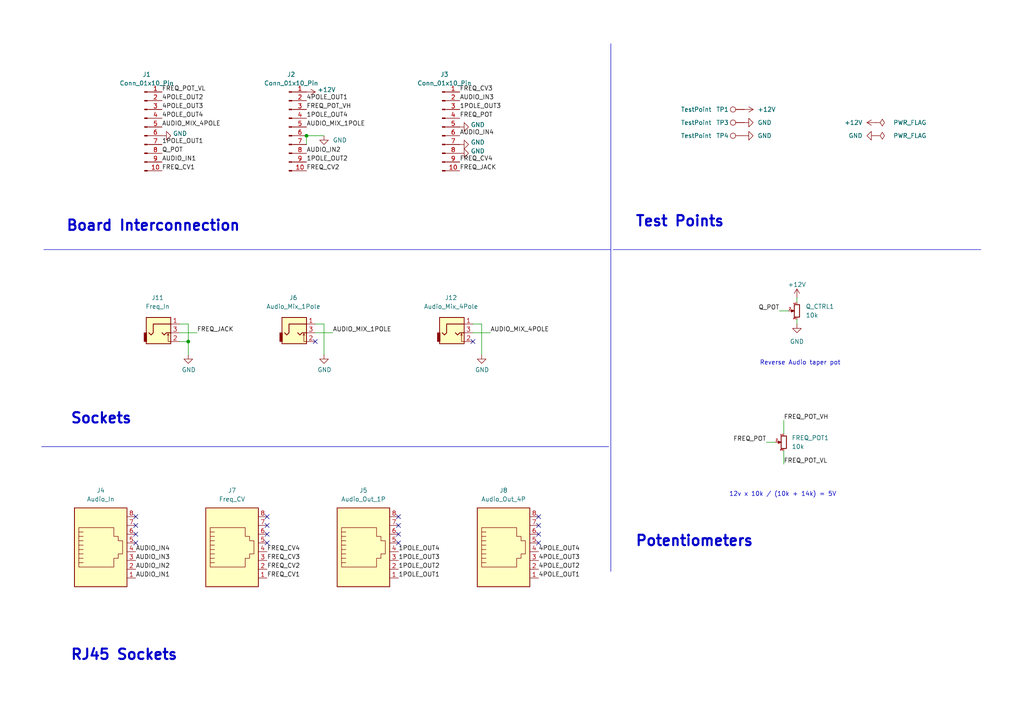
<source format=kicad_sch>
(kicad_sch (version 20230121) (generator eeschema)
  (paper "A4")
  (title_block (title "Quilter Controls") (date "2023-07-04") (rev "v2.0") (company "Mountjoy Modular"))
  (lib_symbols
    (symbol "Connector:Conn_01x10_Pin" (pin_names (offset 1.016) hide)
      (property "Reference" "J" (at 0 12.7 0))
      (property "Value" "Conn_01x10_Pin" (at 0 -15.24 0))
      (symbol "Conn_01x10_Pin_1_1"
        (polyline (pts (xy 1.27 -12.7) (xy 0.8636 -12.7)) (stroke (width 0.1524)))
        (polyline (pts (xy 1.27 -10.16) (xy 0.8636 -10.16)) (stroke (width 0.1524)))
        (polyline (pts (xy 1.27 -7.62) (xy 0.8636 -7.62)) (stroke (width 0.1524)))
        (polyline (pts (xy 1.27 -5.08) (xy 0.8636 -5.08)) (stroke (width 0.1524)))
        (polyline (pts (xy 1.27 -2.54) (xy 0.8636 -2.54)) (stroke (width 0.1524)))
        (polyline (pts (xy 1.27 0) (xy 0.8636 0)) (stroke (width 0.1524)))
        (polyline (pts (xy 1.27 2.54) (xy 0.8636 2.54)) (stroke (width 0.1524)))
        (polyline (pts (xy 1.27 5.08) (xy 0.8636 5.08)) (stroke (width 0.1524)))
        (polyline (pts (xy 1.27 7.62) (xy 0.8636 7.62)) (stroke (width 0.1524)))
        (polyline (pts (xy 1.27 10.16) (xy 0.8636 10.16)) (stroke (width 0.1524)))
        (rectangle (start 0.8636 -12.573) (end 0 -12.827) (stroke (width 0.1524)) (fill (type outline)))
        (rectangle (start 0.8636 -10.033) (end 0 -10.287) (stroke (width 0.1524)) (fill (type outline)))
        (rectangle (start 0.8636 -7.493) (end 0 -7.747) (stroke (width 0.1524)) (fill (type outline)))
        (rectangle (start 0.8636 -4.953) (end 0 -5.207) (stroke (width 0.1524)) (fill (type outline)))
        (rectangle (start 0.8636 -2.413) (end 0 -2.667) (stroke (width 0.1524)) (fill (type outline)))
        (rectangle (start 0.8636 0.127) (end 0 -0.127) (stroke (width 0.1524)) (fill (type outline)))
        (rectangle (start 0.8636 2.667) (end 0 2.413) (stroke (width 0.1524)) (fill (type outline)))
        (rectangle (start 0.8636 5.207) (end 0 4.953) (stroke (width 0.1524)) (fill (type outline)))
        (rectangle (start 0.8636 7.747) (end 0 7.493) (stroke (width 0.1524)) (fill (type outline)))
        (rectangle (start 0.8636 10.287) (end 0 10.033) (stroke (width 0.1524)) (fill (type outline)))
        (pin passive line (at 5.08 10.16 180) (length 3.81) (name "Pin_1") (number "1"))
        (pin passive line (at 5.08 -12.7 180) (length 3.81) (name "Pin_10") (number "10"))
        (pin passive line (at 5.08 7.62 180) (length 3.81) (name "Pin_2") (number "2"))
        (pin passive line (at 5.08 5.08 180) (length 3.81) (name "Pin_3") (number "3"))
        (pin passive line (at 5.08 2.54 180) (length 3.81) (name "Pin_4") (number "4"))
        (pin passive line (at 5.08 0 180) (length 3.81) (name "Pin_5") (number "5"))
        (pin passive line (at 5.08 -2.54 180) (length 3.81) (name "Pin_6") (number "6"))
        (pin passive line (at 5.08 -5.08 180) (length 3.81) (name "Pin_7") (number "7"))
        (pin passive line (at 5.08 -7.62 180) (length 3.81) (name "Pin_8") (number "8"))
        (pin passive line (at 5.08 -10.16 180) (length 3.81) (name "Pin_9") (number "9"))
      )
    )
    (symbol "Connector:RJ45" (pin_names (offset 1.016))
      (property "Reference" "J" (at -5.08 13.97 0))
      (property "Value" "RJ45" (at 2.54 13.97 0))
      (symbol "RJ45_0_1"
        (polyline (pts (xy -5.08 4.445) (xy -6.35 4.445)))
        (polyline (pts (xy -5.08 5.715) (xy -6.35 5.715)))
        (polyline (pts (xy -6.35 -3.175) (xy -5.08 -3.175) (xy -5.08 -3.175)))
        (polyline (pts (xy -6.35 -1.905) (xy -5.08 -1.905) (xy -5.08 -1.905)))
        (polyline (pts (xy -6.35 -0.635) (xy -5.08 -0.635) (xy -5.08 -0.635)))
        (polyline (pts (xy -6.35 0.635) (xy -5.08 0.635) (xy -5.08 0.635)))
        (polyline (pts (xy -6.35 1.905) (xy -5.08 1.905) (xy -5.08 1.905)))
        (polyline (pts (xy -5.08 3.175) (xy -6.35 3.175) (xy -6.35 3.175)))
        (polyline (pts (xy -6.35 -4.445) (xy -6.35 6.985) (xy 3.81 6.985) (xy 3.81 4.445) (xy 5.08 4.445) (xy 5.08 3.175) (xy 6.35 3.175) (xy 6.35 -0.635) (xy 5.08 -0.635) (xy 5.08 -1.905) (xy 3.81 -1.905) (xy 3.81 -4.445) (xy -6.35 -4.445) (xy -6.35 -4.445)))
        (rectangle (start 7.62 12.7) (end -7.62 -10.16) (stroke (width 0.254)) (fill (type background)))
      )
      (symbol "RJ45_1_1"
        (pin passive line (at 10.16 -7.62 180) (length 2.54) (name "~") (number "1"))
        (pin passive line (at 10.16 -5.08 180) (length 2.54) (name "~") (number "2"))
        (pin passive line (at 10.16 -2.54 180) (length 2.54) (name "~") (number "3"))
        (pin passive line (at 10.16 0 180) (length 2.54) (name "~") (number "4"))
        (pin passive line (at 10.16 2.54 180) (length 2.54) (name "~") (number "5"))
        (pin passive line (at 10.16 5.08 180) (length 2.54) (name "~") (number "6"))
        (pin passive line (at 10.16 7.62 180) (length 2.54) (name "~") (number "7"))
        (pin passive line (at 10.16 10.16 180) (length 2.54) (name "~") (number "8"))
      )
    )
    (symbol "Connector:TestPoint" (pin_numbers hide) (pin_names (offset 0.762) hide)
      (property "Reference" "TP" (at 0 6.858 0))
      (property "Value" "TestPoint" (at 0 5.08 0))
      (symbol "TestPoint_0_1"
        (circle (center 0 3.302) (radius 0.762))
      )
      (symbol "TestPoint_1_1"
        (pin passive line (at 0 0 90) (length 2.54) (name "1") (number "1"))
      )
    )
    (symbol "Device:R_Potentiometer_Small" (pin_names (offset 1.016) hide)
      (property "Reference" "RV" (at -4.445 0 90))
      (property "Value" "R_Potentiometer_Small" (at -2.54 0 90))
      (symbol "R_Potentiometer_Small_0_1"
        (polyline (pts (xy 0.889 0) (xy 0.635 0) (xy 1.651 0.381) (xy 1.651 -0.381) (xy 0.635 0) (xy 0.889 0)) (fill (type outline)))
        (rectangle (start 0.762 1.8034) (end -0.762 -1.8034) (stroke (width 0.254)))
      )
      (symbol "R_Potentiometer_Small_1_1"
        (pin passive line (at 0 2.54 270) (length 0.635) (name "1") (number "1"))
        (pin passive line (at 2.54 0 180) (length 0.9906) (name "2") (number "2"))
        (pin passive line (at 0 -2.54 90) (length 0.635) (name "3") (number "3"))
      )
    )
    (symbol "power:+12V" (power) (pin_names (offset 0))
      (property "Value" "+12V" (at 0 3.556 0))
      (symbol "+12V_0_1"
        (polyline (pts (xy -0.762 1.27) (xy 0 2.54)))
        (polyline (pts (xy 0 0) (xy 0 2.54)))
        (polyline (pts (xy 0 2.54) (xy 0.762 1.27)))
      )
      (symbol "+12V_1_1"
        (pin power_in line (at 0 0 90) (length 0) hide (name "+12V") (number "1"))
      )
    )
    (symbol "power:GND" (power) (pin_names (offset 0))
      (property "Value" "GND" (at 0 -3.81 0))
      (symbol "GND_0_1"
        (polyline (pts (xy 0 0) (xy 0 -1.27) (xy 1.27 -1.27) (xy 0 -2.54) (xy -1.27 -1.27) (xy 0 -1.27)))
      )
      (symbol "GND_1_1"
        (pin power_in line (at 0 0 270) (length 0) hide (name "GND") (number "1"))
      )
    )
    (symbol "power:PWR_FLAG" (power) (pin_numbers hide) (pin_names (offset 0) hide)
      (property "Value" "PWR_FLAG" (at 0 3.81 0))
      (symbol "PWR_FLAG_0_0"
        (pin power_out line (at 0 0 90) (length 0) (name "pwr") (number "1"))
      )
      (symbol "PWR_FLAG_0_1"
        (polyline (pts (xy 0 0) (xy 0 1.27) (xy -1.016 1.905) (xy 0 2.54) (xy 1.016 1.905) (xy 0 1.27)))
      )
    )
    (symbol "thonkiconn:AudioJack2_Ground_Switch" (pin_names (offset 1.016))
      (property "Reference" "J" (at 0 8.89 0))
      (property "Value" "AudioJack2_Ground_Switch" (at 0 6.35 0))
      (symbol "AudioJack2_Ground_Switch_0_1"
        (rectangle (start -4.445 -2.54) (end -5.207 0) (fill (type outline)))
        (polyline (pts (xy 1.778 -0.254) (xy 2.032 -0.762)))
        (polyline (pts (xy 0 0) (xy 0.635 -0.635) (xy 1.27 0) (xy 2.54 0)) (stroke (width 0.254)))
        (polyline (pts (xy 2.54 -2.54) (xy 1.778 -2.54) (xy 1.778 -0.254) (xy 1.524 -0.762)))
        (polyline (pts (xy 2.54 2.54) (xy -2.54 2.54) (xy -2.54 0) (xy -3.175 -0.635) (xy -3.81 0)) (stroke (width 0.254)))
        (rectangle (start 2.54 -3.175) (end -4.572 4.445) (stroke (width 0.254)) (fill (type background)))
      )
      (symbol "AudioJack2_Ground_Switch_1_1"
        (pin passive line (at 5.08 2.54 180) (length 2.54) (name "~") (number "1"))
        (pin passive line (at 5.08 -2.54 180) (length 2.54) (name "~") (number "2"))
        (pin passive line (at 5.08 0 180) (length 2.54) (name "~") (number "3"))
      )
    )
  )
  (junction (at 88.9 39.37))
  (junction (at 54.61 99.06))
  (no_connect (at 39.37 157.48))
  (no_connect (at 39.37 152.4))
  (no_connect (at 77.47 152.4))
  (no_connect (at 115.57 157.48))
  (no_connect (at 77.47 157.48))
  (no_connect (at 156.21 149.86))
  (no_connect (at 156.21 152.4))
  (no_connect (at 115.57 152.4))
  (no_connect (at 77.47 149.86))
  (no_connect (at 137.16 99.06))
  (no_connect (at 77.47 154.94))
  (no_connect (at 115.57 154.94))
  (no_connect (at 39.37 149.86))
  (no_connect (at 156.21 157.48))
  (no_connect (at 115.57 149.86))
  (no_connect (at 91.44 99.06))
  (no_connect (at 39.37 154.94))
  (no_connect (at 156.21 154.94))
  (wire (pts (xy 227.33 121.92) (xy 227.33 125.73)))
  (wire (pts (xy 91.44 96.52) (xy 96.52 96.52)))
  (wire (pts (xy 222.25 128.27) (xy 224.79 128.27)))
  (wire (pts (xy 54.61 99.06) (xy 54.61 102.87)))
  (wire (pts (xy 137.16 93.98) (xy 139.7 93.98)))
  (wire (pts (xy 231.14 93.98) (xy 231.14 92.71)))
  (wire (pts (xy 52.07 99.06) (xy 54.61 99.06)))
  (wire (pts (xy 88.9 39.37) (xy 88.9 41.91)))
  (wire (pts (xy 139.7 93.98) (xy 139.7 102.87)))
  (wire (pts (xy 52.07 93.98) (xy 54.61 93.98)))
  (polyline (pts (xy 12.7 72.39) (xy 177.165 72.39)))
  (wire (pts (xy 52.07 96.52) (xy 57.15 96.52)))
  (polyline (pts (xy 177.165 12.7) (xy 177.165 165.735)))
  (polyline (pts (xy 12.065 129.54) (xy 176.53 129.54)))
  (wire (pts (xy 91.44 93.98) (xy 93.98 93.98)))
  (wire (pts (xy 226.06 90.17) (xy 228.6 90.17)))
  (wire (pts (xy 137.16 96.52) (xy 142.24 96.52)))
  (wire (pts (xy 231.14 87.63) (xy 231.14 86.36)))
  (wire (pts (xy 54.61 93.98) (xy 54.61 99.06)))
  (wire (pts (xy 93.98 93.98) (xy 93.98 102.87)))
  (polyline (pts (xy 177.8 72.39) (xy 284.48 72.39)))
  (wire (pts (xy 93.98 39.37) (xy 88.9 39.37)))
  (wire (pts (xy 227.33 130.81) (xy 227.33 134.62)))
  (text "RJ45 Sockets" (at 20.32 191.77 0) (effects (font (size 3 3) (thickness 0.6) bold) (justify left bottom)))
  (text "Board Interconnection" (at 19.05 67.31 0) (effects (font (size 3 3) (thickness 0.6) bold) (justify left bottom)))
  (text "Potentiometers" (at 184.15 158.75 0) (effects (font (size 3 3) (thickness 0.6) bold) (justify left bottom)))
  (text "Sockets" (at 20.32 123.19 0) (effects (font (size 3 3) (thickness 0.6) bold) (justify left bottom)))
  (text "Test Points" (at 184.15 66.04 0) (effects (font (size 3 3) (thickness 0.6) bold) (justify left bottom)))
  (text "12v x 10k / (10k + 14k) = 5V" (at 211.455 144.145 0) (effects (font (size 1.27 1.27)) (justify left bottom)))
  (text "Reverse Audio taper pot" (at 220.345 106.045 0) (effects (font (size 1.27 1.27)) (justify left bottom)))
  (label "AUDIO_IN2" (at 88.9 44.45 0))
  (label "AUDIO_MIX_4POLE" (at 142.24 96.52 0))
  (label "Q_POT" (at 226.06 90.17 180))
  (label "FREQ_CV3" (at 77.47 162.56 0))
  (label "FREQ_POT_VL" (at 227.33 134.62 0))
  (label "1POLE_OUT2" (at 115.57 165.1 0))
  (label "FREQ_POT_VH" (at 227.33 121.92 0))
  (label "AUDIO_MIX_1POLE" (at 88.9 36.83 0))
  (label "AUDIO_IN3" (at 133.35 29.21 0))
  (label "AUDIO_IN3" (at 39.37 162.56 0))
  (label "4POLE_OUT4" (at 46.99 34.29 0))
  (label "Q_POT" (at 46.99 44.45 0))
  (label "4POLE_OUT2" (at 46.99 29.21 0))
  (label "AUDIO_MIX_4POLE" (at 46.99 36.83 0))
  (label "FREQ_CV2" (at 88.9 49.53 0))
  (label "4POLE_OUT1" (at 88.9 29.21 0))
  (label "AUDIO_IN4" (at 133.35 39.37 0))
  (label "1POLE_OUT4" (at 88.9 34.29 0))
  (label "1POLE_OUT1" (at 46.99 41.91 0))
  (label "FREQ_POT" (at 222.25 128.27 180))
  (label "AUDIO_IN1" (at 46.99 46.99 0))
  (label "FREQ_POT" (at 133.35 34.29 0))
  (label "FREQ_JACK" (at 133.35 49.53 0))
  (label "FREQ_CV1" (at 77.47 167.64 0))
  (label "FREQ_POT_VH" (at 88.9 31.75 0))
  (label "1POLE_OUT4" (at 115.57 160.02 0))
  (label "FREQ_JACK" (at 57.15 96.52 0))
  (label "4POLE_OUT3" (at 156.21 162.56 0))
  (label "FREQ_CV4" (at 133.35 46.99 0))
  (label "FREQ_CV3" (at 133.35 26.67 0))
  (label "FREQ_CV2" (at 77.47 165.1 0))
  (label "AUDIO_IN2" (at 39.37 165.1 0))
  (label "AUDIO_MIX_1POLE" (at 96.52 96.52 0))
  (label "1POLE_OUT1" (at 115.57 167.64 0))
  (label "4POLE_OUT1" (at 156.21 167.64 0))
  (label "AUDIO_IN1" (at 39.37 167.64 0))
  (label "1POLE_OUT3" (at 133.35 31.75 0))
  (label "FREQ_POT_VL" (at 46.99 26.67 0))
  (label "1POLE_OUT2" (at 88.9 46.99 0))
  (label "4POLE_OUT4" (at 156.21 160.02 0))
  (label "4POLE_OUT3" (at 46.99 31.75 0))
  (label "1POLE_OUT3" (at 115.57 162.56 0))
  (label "AUDIO_IN4" (at 39.37 160.02 0))
  (label "4POLE_OUT2" (at 156.21 165.1 0))
  (label "FREQ_CV4" (at 77.47 160.02 0))
  (label "FREQ_CV1" (at 46.99 49.53 0))
  (symbol (lib_id "power:GND") (at 215.9 35.56 90) (unit 1)
    (property "Reference" "#PWR09" (effects hide))
    (property "Value" "GND" (at 219.71 35.5599 90) (effects (justify right)))
  )
  (symbol (lib_id "Device:R_Potentiometer_Small") (at 227.33 128.27 0) (mirror y) (unit 1)
    (property "Reference" "FREQ_POT1" (at 229.616 126.9999 0) (effects (justify right)))
    (property "Value" "10k" (at 229.616 129.5399 0) (effects (justify right)))
    (property "Footprint" "Custom_Footprints:Alpha_9mm_Potentiometer_Aligned" (effects hide))
  )
  (symbol (lib_id "power:GND") (at 46.99 39.37 90) (unit 1)
    (property "Reference" "#PWR01" (effects hide))
    (property "Value" "GND" (at 50.165 38.735 90) (effects (justify right)))
  )
  (symbol (lib_id "Connector:TestPoint") (at 215.9 35.56 90) (unit 1)
    (property "Reference" "TP3" (at 209.55 35.56 90))
    (property "Value" "TestPoint" (at 201.93 35.56 90))
    (property "Footprint" "Custom_Footprints:1.3mm_Test_Point" (effects hide))
  )
  (symbol (lib_id "thonkiconn:AudioJack2_Ground_Switch") (at 86.36 96.52 0) (unit 1)
    (property "Reference" "J6" (at 85.09 86.36 0))
    (property "Value" "Audio_Mix_1Pole" (at 85.09 88.9 0))
    (property "Footprint" "Custom_Footprints:THONKICONN_hole" (effects hide))
  )
  (symbol (lib_id "power:GND") (at 254 39.37 270) (unit 1)
    (property "Reference" "#PWR06" (effects hide))
    (property "Value" "GND" (at 250.19 39.3699 90) (effects (justify right)))
  )
  (symbol (lib_id "Connector:Conn_01x10_Pin") (at 41.91 36.83 0) (unit 1)
    (property "Reference" "J1" (at 42.545 21.59 0))
    (property "Value" "Conn_01x10_Pin" (at 42.545 24.13 0))
    (property "Footprint" "Connector_PinHeader_2.54mm:PinHeader_1x10_P2.54mm_Vertical" (effects hide))
  )
  (symbol (lib_id "Connector:RJ45") (at 105.41 160.02 0) (unit 1)
    (property "Reference" "J5" (at 105.41 142.24 0))
    (property "Value" "Audio_Out_1P" (at 105.41 144.78 0))
    (property "Footprint" "Custom_Footprints:RJ45_Molex_42878-8506" (effects hide))
  )
  (symbol (lib_id "Connector:RJ45") (at 67.31 160.02 0) (unit 1)
    (property "Reference" "J7" (at 67.31 142.24 0))
    (property "Value" "Freq_CV" (at 67.31 144.78 0))
    (property "Footprint" "Custom_Footprints:RJ45_Molex_42878-8506" (effects hide))
  )
  (symbol (lib_id "thonkiconn:AudioJack2_Ground_Switch") (at 46.99 96.52 0) (unit 1)
    (property "Reference" "J11" (at 45.72 86.36 0))
    (property "Value" "Freq_In" (at 45.72 88.9 0))
    (property "Footprint" "Custom_Footprints:THONKICONN_hole" (effects hide))
  )
  (symbol (lib_id "power:GND") (at 93.98 39.37 0) (unit 1)
    (property "Reference" "#PWR08" (effects hide))
    (property "Value" "GND" (at 96.52 40.6399 0) (effects (justify left)))
  )
  (symbol (lib_id "power:+12V") (at 231.14 86.36 0) (mirror y) (unit 1)
    (property "Reference" "#PWR011" (effects hide))
    (property "Value" "+12V" (at 231.14 82.55 0))
  )
  (symbol (lib_id "thonkiconn:AudioJack2_Ground_Switch") (at 132.08 96.52 0) (unit 1)
    (property "Reference" "J12" (at 130.81 86.36 0))
    (property "Value" "Audio_Mix_4Pole" (at 130.81 88.9 0))
    (property "Footprint" "Custom_Footprints:THONKICONN_hole" (effects hide))
  )
  (symbol (lib_id "power:+12V") (at 215.9 31.75 270) (mirror x) (unit 1)
    (property "Reference" "#PWR07" (effects hide))
    (property "Value" "+12V" (at 219.71 31.7499 90) (effects (justify left)))
  )
  (symbol (lib_id "Connector:Conn_01x10_Pin") (at 128.27 36.83 0) (unit 1)
    (property "Reference" "J3" (at 128.905 21.59 0))
    (property "Value" "Conn_01x10_Pin" (at 128.905 24.13 0))
    (property "Footprint" "Connector_PinHeader_2.54mm:PinHeader_1x10_P2.54mm_Vertical" (effects hide))
  )
  (symbol (lib_id "power:GND") (at 231.14 93.98 0) (unit 1)
    (property "Reference" "#PWR012" (effects hide))
    (property "Value" "GND" (at 231.14 99.06 0))
  )
  (symbol (lib_id "power:GND") (at 54.61 102.87 0) (unit 1)
    (property "Reference" "#PWR02" (effects hide))
    (property "Value" "GND" (at 54.737 107.2642 0))
  )
  (symbol (lib_id "power:+12V") (at 254 35.56 90) (mirror x) (unit 1)
    (property "Reference" "#PWR04" (effects hide))
    (property "Value" "+12V" (at 250.19 35.5599 90) (effects (justify left)))
  )
  (symbol (lib_id "power:PWR_FLAG") (at 254 39.37 270) (unit 1)
    (property "Reference" "#FLG03" (effects hide))
    (property "Value" "PWR_FLAG" (at 259.08 39.3699 90) (effects (justify left)))
  )
  (symbol (lib_id "power:GND") (at 133.35 44.45 90) (unit 1)
    (property "Reference" "#PWR016" (effects hide))
    (property "Value" "GND" (at 136.525 43.815 90) (effects (justify right)))
  )
  (symbol (lib_id "Connector:TestPoint") (at 215.9 31.75 90) (unit 1)
    (property "Reference" "TP1" (at 209.55 31.75 90))
    (property "Value" "TestPoint" (at 201.93 31.75 90))
    (property "Footprint" "Custom_Footprints:1.3mm_Test_Point" (effects hide))
  )
  (symbol (lib_id "power:+12V") (at 88.9 26.67 270) (unit 1)
    (property "Reference" "#PWR03" (effects hide))
    (property "Value" "+12V" (at 92.075 26.035 90) (effects (justify left)))
  )
  (symbol (lib_id "power:GND") (at 133.35 41.91 90) (unit 1)
    (property "Reference" "#PWR015" (effects hide))
    (property "Value" "GND" (at 136.525 41.275 90) (effects (justify right)))
  )
  (symbol (lib_id "Connector:RJ45") (at 146.05 160.02 0) (unit 1)
    (property "Reference" "J8" (at 146.05 142.24 0))
    (property "Value" "Audio_Out_4P" (at 146.05 144.78 0))
    (property "Footprint" "Custom_Footprints:RJ45_Molex_42878-8506" (effects hide))
  )
  (symbol (lib_id "Connector:Conn_01x10_Pin") (at 83.82 36.83 0) (unit 1)
    (property "Reference" "J2" (at 84.455 21.59 0))
    (property "Value" "Conn_01x10_Pin" (at 84.455 24.13 0))
    (property "Footprint" "Connector_PinHeader_2.54mm:PinHeader_1x10_P2.54mm_Vertical" (effects hide))
  )
  (symbol (lib_id "power:GND") (at 133.35 36.83 90) (unit 1)
    (property "Reference" "#PWR014" (effects hide))
    (property "Value" "GND" (at 136.525 36.195 90) (effects (justify right)))
  )
  (symbol (lib_id "power:GND") (at 93.98 102.87 0) (unit 1)
    (property "Reference" "#PWR013" (effects hide))
    (property "Value" "GND" (at 94.107 107.2642 0))
  )
  (symbol (lib_id "power:GND") (at 139.7 102.87 0) (unit 1)
    (property "Reference" "#PWR017" (effects hide))
    (property "Value" "GND" (at 139.827 107.2642 0))
  )
  (symbol (lib_id "power:GND") (at 215.9 39.37 90) (unit 1)
    (property "Reference" "#PWR010" (effects hide))
    (property "Value" "GND" (at 219.71 39.3699 90) (effects (justify right)))
  )
  (symbol (lib_id "Device:R_Potentiometer_Small") (at 231.14 90.17 0) (mirror y) (unit 1)
    (property "Reference" "Q_CTRL1" (at 233.68 88.8999 0) (effects (justify right)))
    (property "Value" "10k" (at 233.68 91.4399 0) (effects (justify right)))
    (property "Footprint" "Custom_Footprints:Alpha_9mm_Potentiometer_Aligned" (effects hide))
  )
  (symbol (lib_id "power:PWR_FLAG") (at 254 35.56 270) (unit 1)
    (property "Reference" "#FLG01" (effects hide))
    (property "Value" "PWR_FLAG" (at 259.08 35.5599 90) (effects (justify left)))
  )
  (symbol (lib_id "Connector:RJ45") (at 29.21 160.02 0) (unit 1)
    (property "Reference" "J4" (at 29.21 142.24 0))
    (property "Value" "Audio_In" (at 29.21 144.78 0))
    (property "Footprint" "Custom_Footprints:RJ45_Molex_42878-8506" (effects hide))
  )
  (symbol (lib_id "Connector:TestPoint") (at 215.9 39.37 90) (unit 1)
    (property "Reference" "TP4" (at 209.55 39.37 90))
    (property "Value" "TestPoint" (at 201.93 39.37 90))
    (property "Footprint" "Custom_Footprints:1.3mm_Test_Point" (effects hide))
  )
)
</source>
